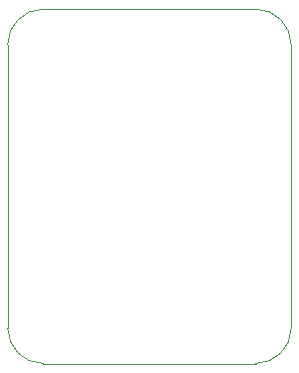
<source format=gbr>
G04 #@! TF.GenerationSoftware,KiCad,Pcbnew,6.0.10+dfsg-1~bpo11+1*
G04 #@! TF.ProjectId,project,70726f6a-6563-4742-9e6b-696361645f70,rev?*
G04 #@! TF.SameCoordinates,Original*
G04 #@! TF.FileFunction,Paste,Top*
G04 #@! TF.FilePolarity,Positive*
%FSLAX46Y46*%
G04 Gerber Fmt 4.6, Leading zero omitted, Abs format (unit mm)*
%MOMM*%
%LPD*%
G01*
G04 APERTURE LIST*
G04 #@! TA.AperFunction,Profile*
%ADD10C,0.100000*%
G04 #@! TD*
G04 APERTURE END LIST*
D10*
X163500000Y-130000000D02*
X181500000Y-130000000D01*
X184500000Y-127000000D02*
X184500000Y-103000000D01*
X160500000Y-103000000D02*
X160500000Y-127000000D01*
X163500000Y-100000000D02*
G75*
G03*
X160500000Y-103000000I0J-3000000D01*
G01*
X160500000Y-127000000D02*
G75*
G03*
X163500000Y-130000000I3000000J0D01*
G01*
X184500000Y-103000000D02*
G75*
G03*
X181500000Y-100000000I-3000000J0D01*
G01*
X181500000Y-100000000D02*
X163500000Y-100000000D01*
X181500000Y-130000000D02*
G75*
G03*
X184500000Y-127000000I0J3000000D01*
G01*
M02*

</source>
